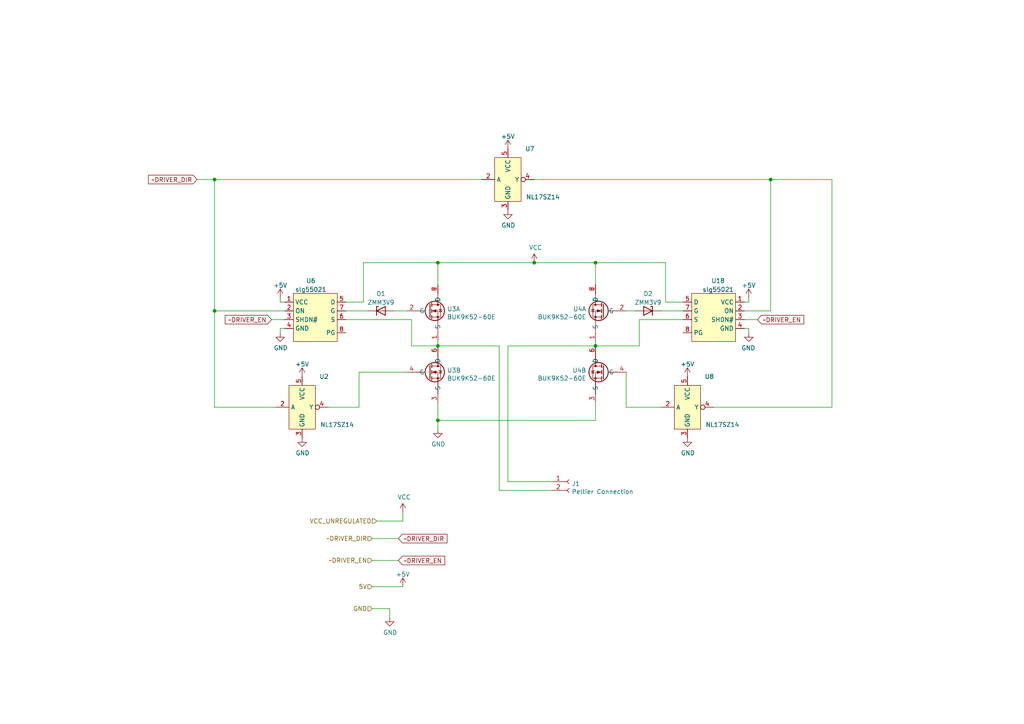
<source format=kicad_sch>
(kicad_sch (version 20211123) (generator eeschema)
  (paper "A4")
  (title_block (title "Peltier Driver") (date "2022-03-18") (comment 1 "Engineer/Draftsman: Joesphan Lu"))
  (lib_symbols
    (symbol "1KicadLib:BUK9K52-60E" (pin_names (offset 1.016))
      (property "Reference" "U" (at 3.81 0 0))
      (property "Value" "BUK9K52-60E" (at -12.7 6.35 0))
      (symbol "BUK9K52-60E_0_1"
        (polyline (pts (xy -3.81 0) (xy -6.35 0)))
        (polyline (pts (xy 0 -6.35) (xy 0 -2.54)))
        (polyline (pts (xy 0 5.08) (xy 0 2.54)))
      )
      (symbol "BUK9K52-60E_1_1"
        (circle (center -0.889 0) (radius 2.794) (stroke (width 0.254)))
        (circle (center 0 -1.778) (radius 0.254) (fill (type outline)))
        (polyline (pts (xy -2.286 1.905) (xy -2.286 -1.905)) (stroke (width 0.254)))
        (polyline (pts (xy -1.778 -1.27) (xy -1.778 -2.286)) (stroke (width 0.254)))
        (polyline (pts (xy -1.778 0.508) (xy -1.778 -0.508)) (stroke (width 0.254)))
        (polyline (pts (xy -1.778 2.286) (xy -1.778 1.27)) (stroke (width 0.254)))
        (polyline (pts (xy 0 2.54) (xy 0 1.778)))
        (polyline (pts (xy 0 -2.54) (xy 0 0) (xy -1.778 0)))
        (polyline (pts (xy -1.778 -1.778) (xy 0.762 -1.778) (xy 0.762 1.778) (xy -1.778 1.778)))
        (polyline (pts (xy -1.524 0) (xy -0.508 0.381) (xy -0.508 -0.381) (xy -1.524 0)) (fill (type outline)))
        (polyline (pts (xy 0.254 0.508) (xy 0.381 0.381) (xy 1.143 0.381) (xy 1.27 0.254)))
        (polyline (pts (xy 0.762 0.381) (xy 0.381 -0.254) (xy 1.143 -0.254) (xy 0.762 0.381)))
        (circle (center 0 1.778) (radius 0.254) (fill (type outline)))
        (pin passive line (at 0 -8.89 90) (length 2.54) (name "S") (number "1"))
        (pin input line (at -8.89 0 0) (length 2.54) (name "G") (number "2"))
        (pin passive line (at 0 7.62 270) (length 2.54) (name "D") (number "7"))
        (pin passive line (at 0 7.62 270) (length 2.54) (name "D") (number "8"))
      )
      (symbol "BUK9K52-60E_2_1"
        (circle (center -0.889 0) (radius 2.794) (stroke (width 0.254)))
        (circle (center 0 -1.778) (radius 0.254) (fill (type outline)))
        (polyline (pts (xy -3.81 0) (xy -6.35 0)))
        (polyline (pts (xy -2.286 1.905) (xy -2.286 -1.905)) (stroke (width 0.254)))
        (polyline (pts (xy -1.778 -1.27) (xy -1.778 -2.286)) (stroke (width 0.254)))
        (polyline (pts (xy -1.778 0.508) (xy -1.778 -0.508)) (stroke (width 0.254)))
        (polyline (pts (xy -1.778 2.286) (xy -1.778 1.27)) (stroke (width 0.254)))
        (polyline (pts (xy 0 -6.35) (xy 0 -2.54)))
        (polyline (pts (xy 0 2.54) (xy 0 1.778)))
        (polyline (pts (xy 0 5.08) (xy 0 2.54)))
        (polyline (pts (xy 0 -2.54) (xy 0 0) (xy -1.778 0)))
        (polyline (pts (xy -1.778 -1.778) (xy 0.762 -1.778) (xy 0.762 1.778) (xy -1.778 1.778)))
        (polyline (pts (xy -1.524 0) (xy -0.508 0.381) (xy -0.508 -0.381) (xy -1.524 0)) (fill (type outline)))
        (polyline (pts (xy 0.254 0.508) (xy 0.381 0.381) (xy 1.143 0.381) (xy 1.27 0.254)))
        (polyline (pts (xy 0.762 0.381) (xy 0.381 -0.254) (xy 1.143 -0.254) (xy 0.762 0.381)))
        (circle (center 0 1.778) (radius 0.254) (fill (type outline)))
        (pin passive line (at 0 -8.89 90) (length 2.54) (name "S") (number "3"))
        (pin input line (at -8.89 0 0) (length 2.54) (name "G") (number "4"))
        (pin passive line (at 0 7.62 270) (length 2.54) (name "D") (number "5"))
        (pin passive line (at 0 7.62 270) (length 2.54) (name "D") (number "6"))
      )
    )
    (symbol "1KicadLib:NL17SZ14"
      (property "Reference" "U" (at -3.81 -7.62 0))
      (property "Value" "NL17SZ14" (at 3.81 13.97 0))
      (symbol "NL17SZ14_0_1"
        (rectangle (start -2.54 6.35) (end 5.08 -6.35) (stroke (width 0.1524)) (fill (type background)))
      )
      (symbol "NL17SZ14_1_0"
        (pin input line (at -6.35 0 0) (length 3.81) (name "A") (number "2"))
        (pin output inverted (at 8.89 0 180) (length 3.81) (name "Y") (number "4"))
      )
      (symbol "NL17SZ14_1_1"
        (pin input line (at 1.27 -8.89 90) (length 2.54) (name "GND") (number "3"))
        (pin input line (at 1.27 8.89 270) (length 2.54) (name "VCC") (number "5"))
      )
    )
    (symbol "1KicadLib:slg55021"
      (property "Reference" "U" (at -3.81 -10.16 0))
      (property "Value" "slg55021" (at 0 6.35 0))
      (symbol "slg55021_0_1"
        (rectangle (start -6.35 5.08) (end 6.35 -8.89) (stroke (width 0.1524)) (fill (type background)))
      )
      (symbol "slg55021_1_1"
        (pin input line (at -8.89 2.54 0) (length 2.54) (name "VCC") (number "1"))
        (pin input line (at -8.89 0 0) (length 2.54) (name "ON") (number "2"))
        (pin input line (at -8.89 -2.54 0) (length 2.54) (name "SHDN#") (number "3"))
        (pin input line (at -8.89 -5.08 0) (length 2.54) (name "GND") (number "4"))
        (pin input line (at 8.89 2.54 180) (length 2.54) (name "D") (number "5"))
        (pin input line (at 8.89 -2.54 180) (length 2.54) (name "S") (number "6"))
        (pin input line (at 8.89 0 180) (length 2.54) (name "G") (number "7"))
        (pin input line (at 8.89 -6.35 180) (length 2.54) (name "PG") (number "8"))
      )
    )
    (symbol "Connector:Conn_01x02_Female" (pin_names (offset 1.016) hide)
      (property "Reference" "J" (at 0 2.54 0))
      (property "Value" "Conn_01x02_Female" (at 0 -5.08 0))
      (symbol "Conn_01x02_Female_1_1"
        (arc (start 0 -2.032) (mid -0.508 -2.54) (end 0 -3.048) (stroke (width 0.1524)))
        (polyline (pts (xy -1.27 -2.54) (xy -0.508 -2.54)) (stroke (width 0.1524)))
        (polyline (pts (xy -1.27 0) (xy -0.508 0)) (stroke (width 0.1524)))
        (arc (start 0 0.508) (mid -0.508 0) (end 0 -0.508) (stroke (width 0.1524)))
        (pin passive line (at -5.08 0 0) (length 3.81) (name "Pin_1") (number "1"))
        (pin passive line (at -5.08 -2.54 0) (length 3.81) (name "Pin_2") (number "2"))
      )
    )
    (symbol "Diode:ZMMxx" (pin_numbers hide) (pin_names (offset 1.016) hide)
      (property "Reference" "D" (at 0 2.54 0))
      (property "Value" "ZMMxx" (at 0 -2.54 0))
      (symbol "ZMMxx_0_1"
        (polyline (pts (xy 1.27 0) (xy -1.27 0)))
        (polyline (pts (xy -1.27 -1.27) (xy -1.27 1.27) (xy -0.762 1.27)) (stroke (width 0.254)))
        (polyline (pts (xy 1.27 -1.27) (xy 1.27 1.27) (xy -1.27 0) (xy 1.27 -1.27)) (stroke (width 0.254)))
      )
      (symbol "ZMMxx_1_1"
        (pin passive line (at -3.81 0 0) (length 2.54) (name "K") (number "1"))
        (pin passive line (at 3.81 0 180) (length 2.54) (name "A") (number "2"))
      )
    )
    (symbol "power:+5V" (power) (pin_names (offset 0))
      (property "Value" "+5V" (at 0 3.556 0))
      (symbol "+5V_0_1"
        (polyline (pts (xy -0.762 1.27) (xy 0 2.54)))
        (polyline (pts (xy 0 0) (xy 0 2.54)))
        (polyline (pts (xy 0 2.54) (xy 0.762 1.27)))
      )
      (symbol "+5V_1_1"
        (pin power_in line (at 0 0 90) (length 0) hide (name "+5V") (number "1"))
      )
    )
    (symbol "power:GND" (power) (pin_names (offset 0))
      (property "Value" "GND" (at 0 -3.81 0))
      (symbol "GND_0_1"
        (polyline (pts (xy 0 0) (xy 0 -1.27) (xy 1.27 -1.27) (xy 0 -2.54) (xy -1.27 -1.27) (xy 0 -1.27)))
      )
      (symbol "GND_1_1"
        (pin power_in line (at 0 0 270) (length 0) hide (name "GND") (number "1"))
      )
    )
    (symbol "power:VCC" (power) (pin_names (offset 0))
      (property "Value" "VCC" (at 0 3.81 0))
      (symbol "VCC_0_1"
        (polyline (pts (xy -0.762 1.27) (xy 0 2.54)))
        (polyline (pts (xy 0 0) (xy 0 2.54)))
        (polyline (pts (xy 0 2.54) (xy 0.762 1.27)))
      )
      (symbol "VCC_1_1"
        (pin power_in line (at 0 0 90) (length 0) hide (name "VCC") (number "1"))
      )
    )
  )
  (junction (at 154.94 76.2))
  (junction (at 127 76.2))
  (junction (at 172.72 100.33))
  (junction (at 172.72 76.2))
  (junction (at 62.23 90.17))
  (junction (at 62.23 52.07))
  (junction (at 127 100.33))
  (junction (at 223.52 52.07))
  (junction (at 127 121.92))
  (wire (pts (xy 81.28 95.25) (xy 82.55 95.25)))
  (wire (pts (xy 198.12 90.17) (xy 191.77 90.17)))
  (wire (pts (xy 62.23 52.07) (xy 139.7 52.07)))
  (wire (pts (xy 172.72 100.33) (xy 147.32 100.33)))
  (wire (pts (xy 82.55 90.17) (xy 62.23 90.17)))
  (wire (pts (xy 127 124.46) (xy 127 121.92)))
  (wire (pts (xy 217.17 95.25) (xy 215.9 95.25)))
  (wire (pts (xy 57.15 52.07) (xy 62.23 52.07)))
  (wire (pts (xy 147.32 100.33) (xy 147.32 139.7)))
  (wire (pts (xy 154.94 76.2) (xy 172.72 76.2)))
  (wire (pts (xy 113.03 176.53) (xy 113.03 179.07)))
  (wire (pts (xy 217.17 87.63) (xy 217.17 86.36)))
  (wire (pts (xy 114.3 90.17) (xy 118.11 90.17)))
  (wire (pts (xy 147.32 139.7) (xy 160.02 139.7)))
  (wire (pts (xy 154.94 52.07) (xy 223.52 52.07)))
  (wire (pts (xy 223.52 52.07) (xy 223.52 90.17)))
  (wire (pts (xy 104.14 107.95) (xy 118.11 107.95)))
  (wire (pts (xy 217.17 96.52) (xy 217.17 95.25)))
  (wire (pts (xy 105.41 87.63) (xy 105.41 76.2)))
  (wire (pts (xy 81.28 87.63) (xy 81.28 86.36)))
  (wire (pts (xy 100.33 90.17) (xy 106.68 90.17)))
  (wire (pts (xy 119.38 92.71) (xy 119.38 100.33)))
  (wire (pts (xy 62.23 118.11) (xy 62.23 90.17)))
  (wire (pts (xy 181.61 90.17) (xy 184.15 90.17)))
  (wire (pts (xy 127 76.2) (xy 154.94 76.2)))
  (wire (pts (xy 241.3 52.07) (xy 223.52 52.07)))
  (wire (pts (xy 144.78 100.33) (xy 144.78 142.24)))
  (wire (pts (xy 198.12 87.63) (xy 193.04 87.63)))
  (wire (pts (xy 172.72 76.2) (xy 172.72 82.55)))
  (wire (pts (xy 109.22 151.13) (xy 116.84 151.13)))
  (wire (pts (xy 241.3 118.11) (xy 241.3 52.07)))
  (wire (pts (xy 127 100.33) (xy 144.78 100.33)))
  (wire (pts (xy 107.95 156.21) (xy 115.57 156.21)))
  (wire (pts (xy 107.95 162.56) (xy 115.57 162.56)))
  (wire (pts (xy 100.33 87.63) (xy 105.41 87.63)))
  (wire (pts (xy 172.72 121.92) (xy 172.72 116.84)))
  (wire (pts (xy 181.61 118.11) (xy 191.77 118.11)))
  (wire (pts (xy 185.42 92.71) (xy 185.42 100.33)))
  (wire (pts (xy 181.61 118.11) (xy 181.61 107.95)))
  (wire (pts (xy 116.84 151.13) (xy 116.84 148.59)))
  (wire (pts (xy 119.38 100.33) (xy 127 100.33)))
  (wire (pts (xy 207.01 118.11) (xy 241.3 118.11)))
  (wire (pts (xy 82.55 87.63) (xy 81.28 87.63)))
  (wire (pts (xy 62.23 90.17) (xy 62.23 52.07)))
  (wire (pts (xy 215.9 87.63) (xy 217.17 87.63)))
  (wire (pts (xy 127 116.84) (xy 127 121.92)))
  (wire (pts (xy 100.33 92.71) (xy 119.38 92.71)))
  (wire (pts (xy 78.74 92.71) (xy 82.55 92.71)))
  (wire (pts (xy 193.04 87.63) (xy 193.04 76.2)))
  (wire (pts (xy 185.42 100.33) (xy 172.72 100.33)))
  (wire (pts (xy 215.9 90.17) (xy 223.52 90.17)))
  (wire (pts (xy 107.95 170.18) (xy 116.84 170.18)))
  (wire (pts (xy 81.28 96.52) (xy 81.28 95.25)))
  (wire (pts (xy 198.12 92.71) (xy 185.42 92.71)))
  (wire (pts (xy 219.71 92.71) (xy 215.9 92.71)))
  (wire (pts (xy 127 121.92) (xy 172.72 121.92)))
  (wire (pts (xy 107.95 176.53) (xy 113.03 176.53)))
  (wire (pts (xy 80.01 118.11) (xy 62.23 118.11)))
  (wire (pts (xy 95.25 118.11) (xy 104.14 118.11)))
  (wire (pts (xy 127 100.33) (xy 127 99.06)))
  (wire (pts (xy 105.41 76.2) (xy 127 76.2)))
  (wire (pts (xy 144.78 142.24) (xy 160.02 142.24)))
  (wire (pts (xy 172.72 76.2) (xy 193.04 76.2)))
  (wire (pts (xy 104.14 118.11) (xy 104.14 107.95)))
  (wire (pts (xy 127 76.2) (xy 127 82.55)))
  (wire (pts (xy 172.72 100.33) (xy 172.72 99.06)))
  (global_label "~DRIVER_DIR" (shape input) (at 115.57 156.21 0) (property "Intersheet References" "${INTERSHEET_REFS}" (effects hide)))
  (global_label "~DRIVER_DIR" (shape input) (at 57.15 52.07 180) (property "Intersheet References" "${INTERSHEET_REFS}" (effects hide)))
  (global_label "~DRIVER_EN" (shape input) (at 78.74 92.71 180) (property "Intersheet References" "${INTERSHEET_REFS}" (effects hide)))
  (global_label "~DRIVER_EN" (shape input) (at 219.71 92.71 0) (property "Intersheet References" "${INTERSHEET_REFS}" (effects hide)))
  (global_label "~DRIVER_EN" (shape input) (at 115.57 162.56 0) (property "Intersheet References" "${INTERSHEET_REFS}" (effects hide)))
  (hierarchical_label "5V" (shape input) (at 107.95 170.18 180))
  (hierarchical_label "~DRIVER_EN" (shape input) (at 107.95 162.56 180))
  (hierarchical_label "~DRIVER_DIR" (shape input) (at 107.95 156.21 180))
  (hierarchical_label "VCC_UNREGULATED" (shape input) (at 109.22 151.13 180))
  (hierarchical_label "GND" (shape input) (at 107.95 176.53 180))
  (symbol (lib_id "power:GND") (at 127 124.46 0) (unit 1)
    (property "Reference" "#PWR0119" (effects hide))
    (property "Value" "GND" (at 127.127 128.8542 0))
  )
  (symbol (lib_id "1KicadLib:BUK9K52-60E") (at 127 107.95 0) (unit 2)
    (property "Reference" "U3" (at 129.6416 107.4166 0) (effects (justify left)))
    (property "Value" "BUK9K52-60E" (at 129.6416 109.728 0) (effects (justify left)))
    (property "Footprint" "1KicadLib:LFPAK56D" (effects hide))
  )
  (symbol (lib_id "1KicadLib:BUK9K52-60E") (at 172.72 107.95 0) (mirror y) (unit 2)
    (property "Reference" "U4" (at 170.053 107.4166 0) (effects (justify left)))
    (property "Value" "BUK9K52-60E" (at 170.053 109.728 0) (effects (justify left)))
    (property "Footprint" "1KicadLib:LFPAK56D" (effects hide))
  )
  (symbol (lib_id "1KicadLib:BUK9K52-60E") (at 172.72 90.17 0) (mirror y) (unit 1)
    (property "Reference" "U4" (at 170.053 89.6366 0) (effects (justify left)))
    (property "Value" "BUK9K52-60E" (at 170.053 91.948 0) (effects (justify left)))
    (property "Footprint" "1KicadLib:LFPAK56D" (effects hide))
  )
  (symbol (lib_id "1KicadLib:BUK9K52-60E") (at 127 90.17 0) (unit 1)
    (property "Reference" "U3" (at 129.6416 89.6366 0) (effects (justify left)))
    (property "Value" "BUK9K52-60E" (at 129.6416 91.948 0) (effects (justify left)))
    (property "Footprint" "1KicadLib:LFPAK56D" (effects hide))
  )
  (symbol (lib_id "power:VCC") (at 154.94 76.2 0) (unit 1)
    (property "Reference" "#PWR0122" (effects hide))
    (property "Value" "VCC" (at 155.321 71.8058 0))
  )
  (symbol (lib_id "power:VCC") (at 116.84 148.59 0) (unit 1)
    (property "Reference" "#PWR0123" (effects hide))
    (property "Value" "VCC" (at 117.221 144.1958 0))
  )
  (symbol (lib_id "power:GND") (at 113.03 179.07 0) (unit 1)
    (property "Reference" "#PWR0124" (effects hide))
    (property "Value" "GND" (at 113.157 183.4642 0))
  )
  (symbol (lib_id "power:+5V") (at 199.39 109.22 0) (unit 1)
    (property "Reference" "#PWR0133" (effects hide))
    (property "Value" "+5V" (at 199.39 105.6442 0))
  )
  (symbol (lib_id "Connector:Conn_01x02_Female") (at 165.1 139.7 0) (unit 1)
    (property "Reference" "J1" (at 165.8112 140.3096 0) (effects (justify left)))
    (property "Value" "Peltier Connection" (at 165.8112 142.621 0) (effects (justify left)))
    (property "Footprint" "Connector_PinHeader_2.54mm:PinHeader_1x02_P2.54mm_Vertical" (effects hide))
  )
  (symbol (lib_id "1KicadLib:NL17SZ14") (at 198.12 118.11 0) (unit 1)
    (property "Reference" "U8" (at 205.74 109.22 0))
    (property "Value" "NL17SZ14" (at 209.55 123.19 0))
    (property "Footprint" "Package_TO_SOT_SMD:SOT-553" (effects hide))
  )
  (symbol (lib_id "power:+5V") (at 147.32 43.18 0) (unit 1)
    (property "Reference" "#PWR0121" (effects hide))
    (property "Value" "+5V" (at 147.32 39.6042 0))
  )
  (symbol (lib_id "power:+5V") (at 87.63 109.22 0) (unit 1)
    (property "Reference" "#PWR0131" (effects hide))
    (property "Value" "+5V" (at 87.63 105.6442 0))
  )
  (symbol (lib_id "Diode:ZMMxx") (at 187.96 90.17 0) (mirror y) (unit 1)
    (property "Reference" "D2" (at 187.96 85.2002 0))
    (property "Value" "ZMM3V9" (at 187.96 87.7371 0))
    (property "Footprint" "Diode_SMD:D_MiniMELF" (effects hide))
    (property "Datasheet" "https://diotec.com/tl_files/diotec/files/pdf/datasheets/zmm1.pdf" (effects hide))
  )
  (symbol (lib_id "power:GND") (at 81.28 96.52 0) (unit 1)
    (property "Reference" "#PWR0128" (effects hide))
    (property "Value" "GND" (at 81.407 100.9142 0))
  )
  (symbol (lib_id "Diode:ZMMxx") (at 110.49 90.17 0) (unit 1)
    (property "Reference" "D1" (at 110.49 85.2002 0))
    (property "Value" "ZMM3V9" (at 110.49 87.7371 0))
    (property "Footprint" "Diode_SMD:D_MiniMELF" (effects hide))
    (property "Datasheet" "https://diotec.com/tl_files/diotec/files/pdf/datasheets/zmm1.pdf" (effects hide))
  )
  (symbol (lib_id "1KicadLib:NL17SZ14") (at 146.05 52.07 0) (unit 1)
    (property "Reference" "U7" (at 153.67 43.18 0))
    (property "Value" "NL17SZ14" (at 157.48 57.15 0))
    (property "Footprint" "Package_TO_SOT_SMD:SOT-553" (effects hide))
  )
  (symbol (lib_id "power:GND") (at 87.63 127 0) (unit 1)
    (property "Reference" "#PWR0130" (effects hide))
    (property "Value" "GND" (at 87.757 131.3942 0))
  )
  (symbol (lib_id "power:+5V") (at 217.17 86.36 0) (mirror y) (unit 1)
    (property "Reference" "#PWR0135" (effects hide))
    (property "Value" "+5V" (at 217.17 82.7842 0))
  )
  (symbol (lib_id "power:GND") (at 147.32 60.96 0) (unit 1)
    (property "Reference" "#PWR0127" (effects hide))
    (property "Value" "GND" (at 147.447 65.3542 0))
  )
  (symbol (lib_id "1KicadLib:slg55021") (at 207.01 90.17 0) (mirror y) (unit 1)
    (property "Reference" "U18" (at 208.28 81.441 0))
    (property "Value" "slg55021" (at 208.28 83.9779 0))
    (property "Footprint" "1KicadLib:TDFN_8_2x2mm_EP_0.9x1.65mm" (effects hide))
  )
  (symbol (lib_id "power:GND") (at 217.17 96.52 0) (mirror y) (unit 1)
    (property "Reference" "#PWR0136" (effects hide))
    (property "Value" "GND" (at 217.043 100.9142 0))
  )
  (symbol (lib_id "1KicadLib:slg55021") (at 91.44 90.17 0) (unit 1)
    (property "Reference" "U6" (at 90.17 81.441 0))
    (property "Value" "slg55021" (at 90.17 83.9779 0))
    (property "Footprint" "1KicadLib:TDFN_8_2x2mm_EP_0.9x1.65mm" (effects hide))
  )
  (symbol (lib_id "power:+5V") (at 81.28 86.36 0) (unit 1)
    (property "Reference" "#PWR0120" (effects hide))
    (property "Value" "+5V" (at 81.28 82.7842 0))
  )
  (symbol (lib_id "power:+5V") (at 116.84 170.18 0) (unit 1)
    (property "Reference" "#PWR0132" (effects hide))
    (property "Value" "+5V" (at 116.84 166.6042 0))
  )
  (symbol (lib_id "1KicadLib:NL17SZ14") (at 86.36 118.11 0) (unit 1)
    (property "Reference" "U2" (at 93.98 109.22 0))
    (property "Value" "NL17SZ14" (at 97.79 123.19 0))
    (property "Footprint" "Package_TO_SOT_SMD:SOT-553" (effects hide))
  )
  (symbol (lib_id "power:GND") (at 199.39 127 0) (unit 1)
    (property "Reference" "#PWR0134" (effects hide))
    (property "Value" "GND" (at 199.517 131.3942 0))
  )
)
</source>
